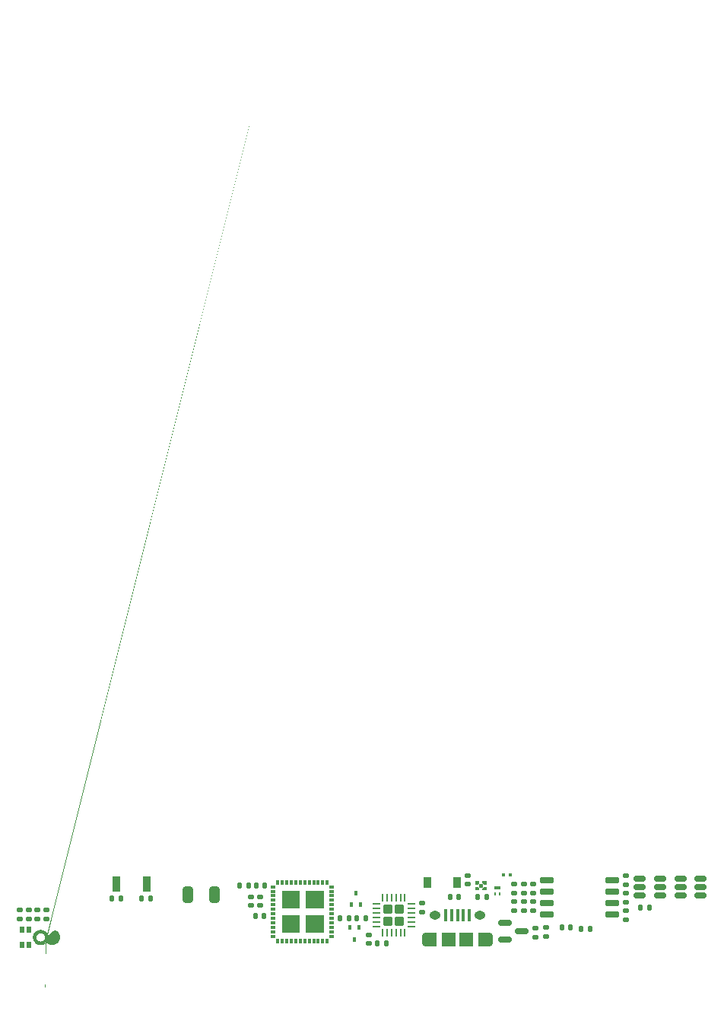
<source format=gtp>
%TF.GenerationSoftware,KiCad,Pcbnew,6.0.5-a6ca702e91~116~ubuntu22.04.1*%
%TF.CreationDate,2022-07-01T21:08:51-07:00*%
%TF.ProjectId,OSSG_v0p3,4f535347-5f76-4307-9033-2e6b69636164,v0.3*%
%TF.SameCoordinates,Original*%
%TF.FileFunction,Paste,Top*%
%TF.FilePolarity,Positive*%
%FSLAX46Y46*%
G04 Gerber Fmt 4.6, Leading zero omitted, Abs format (unit mm)*
G04 Created by KiCad (PCBNEW 6.0.5-a6ca702e91~116~ubuntu22.04.1) date 2022-07-01 21:08:51*
%MOMM*%
%LPD*%
G01*
G04 APERTURE LIST*
G04 Aperture macros list*
%AMRoundRect*
0 Rectangle with rounded corners*
0 $1 Rounding radius*
0 $2 $3 $4 $5 $6 $7 $8 $9 X,Y pos of 4 corners*
0 Add a 4 corners polygon primitive as box body*
4,1,4,$2,$3,$4,$5,$6,$7,$8,$9,$2,$3,0*
0 Add four circle primitives for the rounded corners*
1,1,$1+$1,$2,$3*
1,1,$1+$1,$4,$5*
1,1,$1+$1,$6,$7*
1,1,$1+$1,$8,$9*
0 Add four rect primitives between the rounded corners*
20,1,$1+$1,$2,$3,$4,$5,0*
20,1,$1+$1,$4,$5,$6,$7,0*
20,1,$1+$1,$6,$7,$8,$9,0*
20,1,$1+$1,$8,$9,$2,$3,0*%
%AMFreePoly0*
4,1,103,0.919391,0.822403,0.926250,0.818200,0.934269,0.817569,1.160851,0.702119,1.166075,0.696003,1.173507,0.692924,1.353325,0.513107,1.356403,0.505675,1.362519,0.500452,1.477969,0.273869,1.478600,0.265849,1.482803,0.258991,1.508245,0.098357,1.511543,0.091283,1.519917,0.075198,1.519565,0.074081,1.520059,0.073021,1.523152,0.002182,1.522358,0.000000,1.523152,-0.002182,
1.520059,-0.073021,1.519565,-0.074081,1.519917,-0.075198,1.511543,-0.091283,1.508245,-0.098357,1.482803,-0.258991,1.478600,-0.265849,1.477969,-0.273869,1.362519,-0.500452,1.356403,-0.505675,1.353325,-0.513107,1.173507,-0.692924,1.166075,-0.696003,1.160851,-0.702119,0.934269,-0.817569,0.926250,-0.818200,0.919391,-0.822403,0.668222,-0.862184,0.660400,-0.860306,0.652579,-0.862184,
0.401409,-0.822403,0.394551,-0.818200,0.386531,-0.817569,0.159948,-0.702119,0.154725,-0.696003,0.147293,-0.692925,-0.032524,-0.513107,-0.035603,-0.505675,-0.041719,-0.500451,-0.157169,-0.273869,-0.157800,-0.265850,-0.162003,-0.258991,-0.187445,-0.098355,-0.190741,-0.091288,-0.199117,-0.075198,-0.198765,-0.074081,-0.199259,-0.073021,-0.202352,-0.002181,-0.201558,0.000000,0.203023,0.000000,
0.225408,-0.141336,0.290375,-0.268841,0.391559,-0.370025,0.519062,-0.434992,0.660400,-0.457377,0.801736,-0.434992,0.929241,-0.370025,1.030425,-0.268841,1.095392,-0.141338,1.117777,0.000000,1.095392,0.141338,1.030425,0.268841,0.929241,0.370025,0.801736,0.434992,0.660400,0.457377,0.519062,0.434992,0.391559,0.370025,0.290375,0.268841,0.225408,0.141336,0.203023,0.000000,
-0.201558,0.000000,-0.202352,0.002181,-0.199259,0.073021,-0.198765,0.074081,-0.199117,0.075198,-0.190741,0.091288,-0.187445,0.098355,-0.162003,0.258991,-0.157800,0.265850,-0.157169,0.273869,-0.041719,0.500451,-0.035603,0.505675,-0.032524,0.513107,0.147293,0.692925,0.154725,0.696003,0.159948,0.702119,0.386531,0.817569,0.394551,0.818200,0.401409,0.822403,0.652579,0.862184,
0.660400,0.860306,0.668222,0.862184,0.919391,0.822403,0.919391,0.822403,$1*%
G04 Aperture macros list end*
%ADD10C,0.100000*%
%ADD11C,0.010000*%
%ADD12C,0.000100*%
%ADD13RoundRect,0.150000X0.512500X0.150000X-0.512500X0.150000X-0.512500X-0.150000X0.512500X-0.150000X0*%
%ADD14RoundRect,0.147500X-0.172500X0.147500X-0.172500X-0.147500X0.172500X-0.147500X0.172500X0.147500X0*%
%ADD15RoundRect,0.140000X0.170000X-0.140000X0.170000X0.140000X-0.170000X0.140000X-0.170000X-0.140000X0*%
%ADD16R,0.900000X1.700000*%
%ADD17R,0.400000X0.510000*%
%ADD18RoundRect,0.135000X0.135000X0.185000X-0.135000X0.185000X-0.135000X-0.185000X0.135000X-0.185000X0*%
%ADD19RoundRect,0.140000X-0.140000X-0.170000X0.140000X-0.170000X0.140000X0.170000X-0.140000X0.170000X0*%
%ADD20R,0.900000X1.200000*%
%ADD21RoundRect,0.140000X-0.170000X0.140000X-0.170000X-0.140000X0.170000X-0.140000X0.170000X0.140000X0*%
%ADD22RoundRect,0.135000X0.185000X-0.135000X0.185000X0.135000X-0.185000X0.135000X-0.185000X-0.135000X0*%
%ADD23RoundRect,0.250000X-0.325000X-0.650000X0.325000X-0.650000X0.325000X0.650000X-0.325000X0.650000X0*%
%ADD24R,0.522000X0.725000*%
%ADD25FreePoly0,180.000000*%
%ADD26RoundRect,0.140000X0.140000X0.170000X-0.140000X0.170000X-0.140000X-0.170000X0.140000X-0.170000X0*%
%ADD27RoundRect,0.079500X-0.079500X-0.100500X0.079500X-0.100500X0.079500X0.100500X-0.079500X0.100500X0*%
%ADD28RoundRect,0.014000X0.211000X0.161000X-0.211000X0.161000X-0.211000X-0.161000X0.211000X-0.161000X0*%
%ADD29RoundRect,0.014000X-0.161000X0.211000X-0.161000X-0.211000X0.161000X-0.211000X0.161000X0.211000X0*%
%ADD30RoundRect,0.014000X-0.211000X-0.161000X0.211000X-0.161000X0.211000X0.161000X-0.211000X0.161000X0*%
%ADD31RoundRect,0.014000X0.161000X-0.211000X0.161000X0.211000X-0.161000X0.211000X-0.161000X-0.211000X0*%
%ADD32RoundRect,0.135000X-0.185000X0.135000X-0.185000X-0.135000X0.185000X-0.135000X0.185000X0.135000X0*%
%ADD33RoundRect,0.150000X-0.587500X-0.150000X0.587500X-0.150000X0.587500X0.150000X-0.587500X0.150000X0*%
%ADD34O,1.250000X0.950000*%
%ADD35O,0.890000X1.550000*%
%ADD36R,0.400000X1.350000*%
%ADD37R,1.200000X1.550000*%
%ADD38R,1.500000X1.550000*%
%ADD39RoundRect,0.150000X0.650000X0.150000X-0.650000X0.150000X-0.650000X-0.150000X0.650000X-0.150000X0*%
%ADD40RoundRect,0.250000X0.275000X-0.275000X0.275000X0.275000X-0.275000X0.275000X-0.275000X-0.275000X0*%
%ADD41RoundRect,0.062500X0.062500X-0.350000X0.062500X0.350000X-0.062500X0.350000X-0.062500X-0.350000X0*%
%ADD42RoundRect,0.062500X0.350000X-0.062500X0.350000X0.062500X-0.350000X0.062500X-0.350000X-0.062500X0*%
%ADD43RoundRect,0.135000X-0.135000X-0.185000X0.135000X-0.185000X0.135000X0.185000X-0.135000X0.185000X0*%
%ADD44RoundRect,0.050000X0.075000X-0.150000X0.075000X0.150000X-0.075000X0.150000X-0.075000X-0.150000X0*%
%ADD45RoundRect,0.050000X0.300000X-0.150000X0.300000X0.150000X-0.300000X0.150000X-0.300000X-0.150000X0*%
G04 APERTURE END LIST*
%TO.C,U6*%
G36*
X85713769Y-81576981D02*
G01*
X85940352Y-81692431D01*
X86120169Y-81872248D01*
X86235619Y-82098831D01*
X86275400Y-82350000D01*
X86272307Y-82420840D01*
X85968667Y-82394275D01*
X85970600Y-82350000D01*
X85945737Y-82193019D01*
X85873581Y-82051405D01*
X85761195Y-81939019D01*
X85619581Y-81866863D01*
X85462600Y-81842000D01*
X85305619Y-81866863D01*
X85164005Y-81939019D01*
X85051619Y-82051405D01*
X84979463Y-82193019D01*
X84954600Y-82350000D01*
X84956533Y-82394275D01*
X84652893Y-82420840D01*
X84649800Y-82350000D01*
X84689581Y-82098831D01*
X84805031Y-81872248D01*
X84984848Y-81692431D01*
X85211431Y-81576981D01*
X85462600Y-81537200D01*
X85713769Y-81576981D01*
G37*
D10*
X85713769Y-81576981D02*
X85940352Y-81692431D01*
X86120169Y-81872248D01*
X86235619Y-82098831D01*
X86275400Y-82350000D01*
X86272307Y-82420840D01*
X85968667Y-82394275D01*
X85970600Y-82350000D01*
X85945737Y-82193019D01*
X85873581Y-82051405D01*
X85761195Y-81939019D01*
X85619581Y-81866863D01*
X85462600Y-81842000D01*
X85305619Y-81866863D01*
X85164005Y-81939019D01*
X85051619Y-82051405D01*
X84979463Y-82193019D01*
X84954600Y-82350000D01*
X84956533Y-82394275D01*
X84652893Y-82420840D01*
X84649800Y-82350000D01*
X84689581Y-82098831D01*
X84805031Y-81872248D01*
X84984848Y-81692431D01*
X85211431Y-81576981D01*
X85462600Y-81537200D01*
X85713769Y-81576981D01*
G36*
X86275400Y-82350000D02*
G01*
X86235619Y-82601169D01*
X86120169Y-82827752D01*
X85940352Y-83007569D01*
X85713769Y-83123019D01*
X85462600Y-83162800D01*
X85211431Y-83123019D01*
X84984848Y-83007569D01*
X84805031Y-82827752D01*
X84689581Y-82601169D01*
X84649800Y-82350000D01*
X84652893Y-82279160D01*
X84956533Y-82305725D01*
X84954600Y-82350000D01*
X84979463Y-82506981D01*
X85051619Y-82648595D01*
X85164005Y-82760981D01*
X85305619Y-82833137D01*
X85462600Y-82858000D01*
X85619581Y-82833137D01*
X85761195Y-82760981D01*
X85873581Y-82648595D01*
X85945737Y-82506981D01*
X85970600Y-82350000D01*
X85968667Y-82305725D01*
X86272307Y-82279160D01*
X86275400Y-82350000D01*
G37*
X86275400Y-82350000D02*
X86235619Y-82601169D01*
X86120169Y-82827752D01*
X85940352Y-83007569D01*
X85713769Y-83123019D01*
X85462600Y-83162800D01*
X85211431Y-83123019D01*
X84984848Y-83007569D01*
X84805031Y-82827752D01*
X84689581Y-82601169D01*
X84649800Y-82350000D01*
X84652893Y-82279160D01*
X84956533Y-82305725D01*
X84954600Y-82350000D01*
X84979463Y-82506981D01*
X85051619Y-82648595D01*
X85164005Y-82760981D01*
X85305619Y-82833137D01*
X85462600Y-82858000D01*
X85619581Y-82833137D01*
X85761195Y-82760981D01*
X85873581Y-82648595D01*
X85945737Y-82506981D01*
X85970600Y-82350000D01*
X85968667Y-82305725D01*
X86272307Y-82279160D01*
X86275400Y-82350000D01*
%TO.C,U1*%
G36*
X116955000Y-79105000D02*
G01*
X115045000Y-79105000D01*
X115045000Y-77195000D01*
X116955000Y-77195000D01*
X116955000Y-79105000D01*
G37*
D11*
X116955000Y-79105000D02*
X115045000Y-79105000D01*
X115045000Y-77195000D01*
X116955000Y-77195000D01*
X116955000Y-79105000D01*
G36*
X114255000Y-81805000D02*
G01*
X112345000Y-81805000D01*
X112345000Y-79895000D01*
X114255000Y-79895000D01*
X114255000Y-81805000D01*
G37*
X114255000Y-81805000D02*
X112345000Y-81805000D01*
X112345000Y-79895000D01*
X114255000Y-79895000D01*
X114255000Y-81805000D01*
G36*
X116955000Y-81805000D02*
G01*
X115045000Y-81805000D01*
X115045000Y-79895000D01*
X116955000Y-79895000D01*
X116955000Y-81805000D01*
G37*
X116955000Y-81805000D02*
X115045000Y-81805000D01*
X115045000Y-79895000D01*
X116955000Y-79895000D01*
X116955000Y-81805000D01*
G36*
X114255000Y-79105000D02*
G01*
X112345000Y-79105000D01*
X112345000Y-77195000D01*
X114255000Y-77195000D01*
X114255000Y-79105000D01*
G37*
X114255000Y-79105000D02*
X112345000Y-79105000D01*
X112345000Y-77195000D01*
X114255000Y-77195000D01*
X114255000Y-79105000D01*
%TO.C,U3*%
G36*
X134626500Y-76764000D02*
G01*
X134298500Y-76764000D01*
X134298500Y-76436000D01*
X134626500Y-76436000D01*
X134626500Y-76764000D01*
G37*
X134626500Y-76764000D02*
X134298500Y-76764000D01*
X134298500Y-76436000D01*
X134626500Y-76436000D01*
X134626500Y-76764000D01*
G36*
X135062500Y-76405000D02*
G01*
X134822500Y-76405000D01*
X134672500Y-76255000D01*
X134672500Y-76145000D01*
X135062500Y-76145000D01*
X135062500Y-76405000D01*
G37*
D12*
X135062500Y-76405000D02*
X134822500Y-76405000D01*
X134672500Y-76255000D01*
X134672500Y-76145000D01*
X135062500Y-76145000D01*
X135062500Y-76405000D01*
G36*
X134252500Y-76945000D02*
G01*
X134252500Y-77055000D01*
X133862500Y-77055000D01*
X133862500Y-76795000D01*
X134102500Y-76795000D01*
X134252500Y-76945000D01*
G37*
X134252500Y-76945000D02*
X134252500Y-77055000D01*
X133862500Y-77055000D01*
X133862500Y-76795000D01*
X134102500Y-76795000D01*
X134252500Y-76945000D01*
G36*
X135062500Y-77055000D02*
G01*
X134672500Y-77055000D01*
X134672500Y-76945000D01*
X134822500Y-76795000D01*
X135062500Y-76795000D01*
X135062500Y-77055000D01*
G37*
X135062500Y-77055000D02*
X134672500Y-77055000D01*
X134672500Y-76945000D01*
X134822500Y-76795000D01*
X135062500Y-76795000D01*
X135062500Y-77055000D01*
G36*
X134252500Y-76255000D02*
G01*
X134102500Y-76405000D01*
X133862500Y-76405000D01*
X133862500Y-76145000D01*
X134252500Y-76145000D01*
X134252500Y-76255000D01*
G37*
X134252500Y-76255000D02*
X134102500Y-76405000D01*
X133862500Y-76405000D01*
X133862500Y-76145000D01*
X134252500Y-76145000D01*
X134252500Y-76255000D01*
%TD*%
D13*
%TO.C,Q1*%
X158981007Y-77745775D03*
X158981007Y-76795775D03*
X158981007Y-75845775D03*
X156706007Y-75845775D03*
X156706007Y-76795775D03*
X156706007Y-77745775D03*
%TD*%
D14*
%TO.C,D1*%
X140300000Y-76460000D03*
X140300000Y-77430000D03*
%TD*%
D15*
%TO.C,C18*%
X122000000Y-83080000D03*
X122000000Y-82120000D03*
%TD*%
D16*
%TO.C,SW1*%
X93900000Y-76400000D03*
X97300000Y-76400000D03*
%TD*%
D17*
%TO.C,Q3*%
X120074511Y-78754511D03*
X121074511Y-78754511D03*
X120574511Y-77464511D03*
%TD*%
D18*
%TO.C,R4*%
X153260000Y-79025000D03*
X152240000Y-79025000D03*
%TD*%
D19*
%TO.C,C1*%
X96745000Y-78065000D03*
X97705000Y-78065000D03*
%TD*%
D17*
%TO.C,Q2*%
X120915000Y-81305000D03*
X119915000Y-81305000D03*
X120415000Y-82595000D03*
%TD*%
D20*
%TO.C,D5*%
X131850000Y-76250000D03*
X128550000Y-76250000D03*
%TD*%
D21*
%TO.C,C16*%
X84150000Y-79340000D03*
X84150000Y-80300000D03*
%TD*%
D22*
%TO.C,R6*%
X86150000Y-80360000D03*
X86150000Y-79340000D03*
%TD*%
D19*
%TO.C,C7*%
X131070000Y-77900000D03*
X132030000Y-77900000D03*
%TD*%
D23*
%TO.C,AE1*%
X101867000Y-77612000D03*
X104817000Y-77612000D03*
%TD*%
D24*
%TO.C,U6*%
X83388600Y-83187747D03*
X84210600Y-83187747D03*
D25*
X86123000Y-82350000D03*
D24*
X84210600Y-81512253D03*
X83388600Y-81512253D03*
%TD*%
D26*
%TO.C,C4*%
X110360000Y-79980000D03*
X109400000Y-79980000D03*
%TD*%
D27*
%TO.C,R11*%
X137055000Y-75400000D03*
X137745000Y-75400000D03*
%TD*%
D13*
%TO.C,IC1*%
X154431007Y-77745775D03*
X154431007Y-76795775D03*
X154431007Y-75845775D03*
X152156007Y-75845775D03*
X152156007Y-76795775D03*
X152156007Y-77745775D03*
%TD*%
D28*
%TO.C,U1*%
X111385000Y-76750000D03*
X111385000Y-77250000D03*
X111385000Y-77750000D03*
X111385000Y-78250000D03*
X111385000Y-78750000D03*
X111385000Y-79250000D03*
X111385000Y-79750000D03*
X111385000Y-80250000D03*
X111385000Y-80750000D03*
X111385000Y-81250000D03*
X111385000Y-81750000D03*
X111385000Y-82250000D03*
D29*
X111900000Y-82765000D03*
X112400000Y-82765000D03*
X112900000Y-82765000D03*
X113400000Y-82765000D03*
X113900000Y-82765000D03*
X114400000Y-82765000D03*
X114900000Y-82765000D03*
X115400000Y-82765000D03*
X115900000Y-82765000D03*
X116400000Y-82765000D03*
X116900000Y-82765000D03*
X117400000Y-82765000D03*
D30*
X117915000Y-82250000D03*
X117915000Y-81750000D03*
X117915000Y-81250000D03*
X117915000Y-80750000D03*
X117915000Y-80250000D03*
X117915000Y-79750000D03*
X117915000Y-79250000D03*
X117915000Y-78750000D03*
X117915000Y-78250000D03*
X117915000Y-77750000D03*
X117915000Y-77250000D03*
X117915000Y-76750000D03*
D31*
X117400000Y-76235000D03*
X116900000Y-76235000D03*
X116400000Y-76235000D03*
X115900000Y-76235000D03*
X115400000Y-76235000D03*
X114900000Y-76235000D03*
X114400000Y-76235000D03*
X113900000Y-76235000D03*
X113400000Y-76235000D03*
X112900000Y-76235000D03*
X112400000Y-76235000D03*
X111900000Y-76235000D03*
%TD*%
D32*
%TO.C,R7*%
X85150000Y-79340000D03*
X85150000Y-80360000D03*
%TD*%
D33*
%TO.C,U5*%
X137162500Y-80750000D03*
X137162500Y-82650000D03*
X139037500Y-81700000D03*
%TD*%
D18*
%TO.C,R16*%
X146635000Y-81400000D03*
X145615000Y-81400000D03*
%TD*%
D22*
%TO.C,R9*%
X139300000Y-79400000D03*
X139300000Y-78380000D03*
%TD*%
D21*
%TO.C,C17*%
X140600000Y-81370000D03*
X140600000Y-82330000D03*
%TD*%
D34*
%TO.C,J1*%
X129400000Y-79900000D03*
D35*
X135400000Y-82600000D03*
X128400000Y-82600000D03*
D34*
X134400000Y-79900000D03*
D36*
X130600000Y-79900000D03*
X131250000Y-79900000D03*
X131900000Y-79900000D03*
X132550000Y-79900000D03*
X133200000Y-79900000D03*
D37*
X129000000Y-82600000D03*
D38*
X130900000Y-82600000D03*
X132900000Y-82600000D03*
D37*
X134800000Y-82600000D03*
%TD*%
D19*
%TO.C,C20*%
X143520000Y-81300000D03*
X144480000Y-81300000D03*
%TD*%
D32*
%TO.C,R13*%
X138225000Y-78380000D03*
X138225000Y-79400000D03*
%TD*%
D19*
%TO.C,C2*%
X109482500Y-76600000D03*
X110442500Y-76600000D03*
%TD*%
D22*
%TO.C,R8*%
X140300000Y-79400000D03*
X140300000Y-78380000D03*
%TD*%
D39*
%TO.C,U2*%
X149086075Y-79845000D03*
X149086075Y-78575000D03*
X149086075Y-77305000D03*
X149086075Y-76035000D03*
X141886075Y-76035000D03*
X141886075Y-77305000D03*
X141886075Y-78575000D03*
X141886075Y-79845000D03*
%TD*%
D21*
%TO.C,C12*%
X150686075Y-77475000D03*
X150686075Y-78435000D03*
%TD*%
D22*
%TO.C,R5*%
X150686075Y-80455000D03*
X150686075Y-79435000D03*
%TD*%
D18*
%TO.C,R2*%
X94460000Y-78090000D03*
X93440000Y-78090000D03*
%TD*%
D26*
%TO.C,C11*%
X135130000Y-77900000D03*
X134170000Y-77900000D03*
%TD*%
D19*
%TO.C,C9*%
X123000000Y-83050000D03*
X123960000Y-83050000D03*
%TD*%
D21*
%TO.C,C10*%
X133050000Y-75520000D03*
X133050000Y-76480000D03*
%TD*%
D14*
%TO.C,D2*%
X139300000Y-76460000D03*
X139300000Y-77430000D03*
%TD*%
D15*
%TO.C,C6*%
X109950000Y-78830000D03*
X109950000Y-77870000D03*
%TD*%
D40*
%TO.C,U4*%
X124150000Y-80550000D03*
X125450000Y-79250000D03*
X125450000Y-80550000D03*
X124150000Y-79250000D03*
D41*
X123550000Y-81837500D03*
X124050000Y-81837500D03*
X124550000Y-81837500D03*
X125050000Y-81837500D03*
X125550000Y-81837500D03*
X126050000Y-81837500D03*
D42*
X126737500Y-81150000D03*
X126737500Y-80650000D03*
X126737500Y-80150000D03*
X126737500Y-79650000D03*
X126737500Y-79150000D03*
X126737500Y-78650000D03*
D41*
X126050000Y-77962500D03*
X125550000Y-77962500D03*
X125050000Y-77962500D03*
X124550000Y-77962500D03*
X124050000Y-77962500D03*
X123550000Y-77962500D03*
D42*
X122862500Y-78650000D03*
X122862500Y-79150000D03*
X122862500Y-79650000D03*
X122862500Y-80150000D03*
X122862500Y-80650000D03*
X122862500Y-81150000D03*
%TD*%
D21*
%TO.C,C8*%
X127975000Y-78595000D03*
X127975000Y-79555000D03*
%TD*%
D43*
%TO.C,R14*%
X120690000Y-80270000D03*
X121710000Y-80270000D03*
%TD*%
D26*
%TO.C,C5*%
X108620000Y-76600000D03*
X107660000Y-76600000D03*
%TD*%
D32*
%TO.C,R10*%
X141750000Y-81290000D03*
X141750000Y-82310000D03*
%TD*%
D21*
%TO.C,C15*%
X83200000Y-79340000D03*
X83200000Y-80300000D03*
%TD*%
D44*
%TO.C,Q4*%
X136125000Y-77550000D03*
X136575000Y-77550000D03*
D45*
X136350000Y-76850000D03*
%TD*%
D32*
%TO.C,R1*%
X150686075Y-75495000D03*
X150686075Y-76515000D03*
%TD*%
%TO.C,R12*%
X138225000Y-76430000D03*
X138225000Y-77450000D03*
%TD*%
D18*
%TO.C,R15*%
X119810000Y-80270000D03*
X118790000Y-80270000D03*
%TD*%
D15*
%TO.C,C3*%
X108950000Y-78830000D03*
X108950000Y-77870000D03*
%TD*%
M02*

</source>
